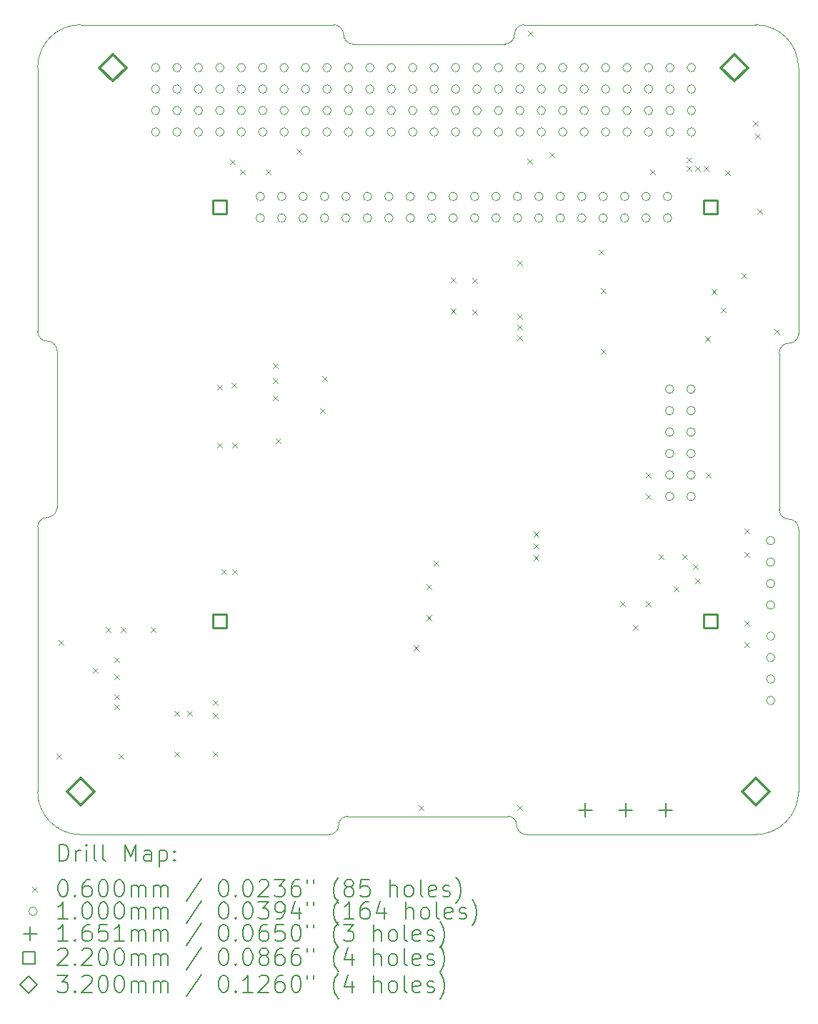
<source format=gbr>
%TF.GenerationSoftware,KiCad,Pcbnew,(6.0.7)*%
%TF.CreationDate,2022-12-20T16:15:47-05:00*%
%TF.ProjectId,obc-db,6f62632d-6462-42e6-9b69-6361645f7063,rev?*%
%TF.SameCoordinates,Original*%
%TF.FileFunction,Drillmap*%
%TF.FilePolarity,Positive*%
%FSLAX45Y45*%
G04 Gerber Fmt 4.5, Leading zero omitted, Abs format (unit mm)*
G04 Created by KiCad (PCBNEW (6.0.7)) date 2022-12-20 16:15:47*
%MOMM*%
%LPD*%
G01*
G04 APERTURE LIST*
%ADD10C,0.100000*%
%ADD11C,0.200000*%
%ADD12C,0.060000*%
%ADD13C,0.165100*%
%ADD14C,0.220000*%
%ADD15C,0.320000*%
G04 APERTURE END LIST*
D10*
X11430000Y-4699000D02*
G75*
G03*
X10922000Y-5207000I0J-508000D01*
G01*
X14546120Y-4813300D02*
G75*
G03*
X14431822Y-4699000I-114300J0D01*
G01*
X19939000Y-8356600D02*
X19939000Y-5207000D01*
X11150600Y-8559800D02*
G75*
G03*
X11036300Y-8445500I-114300J0D01*
G01*
X11036300Y-10532920D02*
G75*
G03*
X10922000Y-10647222I0J-114300D01*
G01*
X14660422Y-4927600D02*
X16459200Y-4927600D01*
X19431000Y-14287500D02*
G75*
G03*
X19939000Y-13779500I0J508000D01*
G01*
X19824700Y-8470900D02*
G75*
G03*
X19939000Y-8356600I0J114300D01*
G01*
X11430000Y-4699000D02*
X14431822Y-4699000D01*
X10922000Y-10647222D02*
X10922000Y-13779500D01*
X16459200Y-4927600D02*
G75*
G03*
X16573500Y-4813300I0J114300D01*
G01*
X19824700Y-8470900D02*
G75*
G03*
X19710400Y-8585200I0J-114300D01*
G01*
X16687800Y-4699000D02*
G75*
G03*
X16573500Y-4813300I0J-114300D01*
G01*
X16687800Y-4699000D02*
X19431000Y-4699000D01*
X16598900Y-14173200D02*
G75*
G03*
X16713200Y-14287500I114300J0D01*
G01*
X19710400Y-10439400D02*
G75*
G03*
X19824700Y-10553700I114300J0D01*
G01*
X16713200Y-14287500D02*
X19431000Y-14287500D01*
X19710400Y-10439400D02*
X19710400Y-8585200D01*
X19939000Y-13779500D02*
X19939000Y-10668000D01*
X11430000Y-14287500D02*
X14376400Y-14287500D01*
X14592300Y-14071600D02*
X16497300Y-14071600D01*
X14592300Y-14071600D02*
G75*
G03*
X14490700Y-14173200I0J-101600D01*
G01*
X16598900Y-14173200D02*
G75*
G03*
X16497300Y-14071600I-101600J0D01*
G01*
X14376400Y-14287500D02*
G75*
G03*
X14490700Y-14173200I0J114300D01*
G01*
X19939000Y-10668000D02*
G75*
G03*
X19824700Y-10553700I-114300J0D01*
G01*
X14546120Y-4813300D02*
G75*
G03*
X14660422Y-4927600I114300J0D01*
G01*
X11150600Y-8559800D02*
X11150600Y-10418622D01*
X11036300Y-10532920D02*
G75*
G03*
X11150600Y-10418622I0J114300D01*
G01*
X10922000Y-5207000D02*
X10922000Y-8331200D01*
X10922000Y-13779500D02*
G75*
G03*
X11430000Y-14287500I508000J0D01*
G01*
X19939000Y-5207000D02*
G75*
G03*
X19431000Y-4699000I-508000J0D01*
G01*
X10922000Y-8331200D02*
G75*
G03*
X11036300Y-8445500I114300J0D01*
G01*
D11*
D12*
X11146000Y-13330400D02*
X11206000Y-13390400D01*
X11206000Y-13330400D02*
X11146000Y-13390400D01*
X11171400Y-11984200D02*
X11231400Y-12044200D01*
X11231400Y-11984200D02*
X11171400Y-12044200D01*
X11577800Y-12314400D02*
X11637800Y-12374400D01*
X11637800Y-12314400D02*
X11577800Y-12374400D01*
X11730200Y-11831800D02*
X11790200Y-11891800D01*
X11790200Y-11831800D02*
X11730200Y-11891800D01*
X11831800Y-12187400D02*
X11891800Y-12247400D01*
X11891800Y-12187400D02*
X11831800Y-12247400D01*
X11831800Y-12390600D02*
X11891800Y-12450600D01*
X11891800Y-12390600D02*
X11831800Y-12450600D01*
X11831800Y-12626250D02*
X11891800Y-12686250D01*
X11891800Y-12626250D02*
X11831800Y-12686250D01*
X11831800Y-12746200D02*
X11891800Y-12806200D01*
X11891800Y-12746200D02*
X11831800Y-12806200D01*
X11882600Y-13330400D02*
X11942600Y-13390400D01*
X11942600Y-13330400D02*
X11882600Y-13390400D01*
X11908000Y-11831800D02*
X11968000Y-11891800D01*
X11968000Y-11831800D02*
X11908000Y-11891800D01*
X12263600Y-11831800D02*
X12323600Y-11891800D01*
X12323600Y-11831800D02*
X12263600Y-11891800D01*
X12543000Y-12822400D02*
X12603000Y-12882400D01*
X12603000Y-12822400D02*
X12543000Y-12882400D01*
X12543000Y-13305000D02*
X12603000Y-13365000D01*
X12603000Y-13305000D02*
X12543000Y-13365000D01*
X12695400Y-12822400D02*
X12755400Y-12882400D01*
X12755400Y-12822400D02*
X12695400Y-12882400D01*
X13000200Y-12695400D02*
X13060200Y-12755400D01*
X13060200Y-12695400D02*
X13000200Y-12755400D01*
X13000200Y-12847800D02*
X13060200Y-12907800D01*
X13060200Y-12847800D02*
X13000200Y-12907800D01*
X13000200Y-13305000D02*
X13060200Y-13365000D01*
X13060200Y-13305000D02*
X13000200Y-13365000D01*
X13051000Y-8961600D02*
X13111000Y-9021600D01*
X13111000Y-8961600D02*
X13051000Y-9021600D01*
X13051000Y-9647400D02*
X13111000Y-9707400D01*
X13111000Y-9647400D02*
X13051000Y-9707400D01*
X13101800Y-11146000D02*
X13161800Y-11206000D01*
X13161800Y-11146000D02*
X13101800Y-11206000D01*
X13203400Y-6294600D02*
X13263400Y-6354600D01*
X13263400Y-6294600D02*
X13203400Y-6354600D01*
X13216100Y-8936200D02*
X13276100Y-8996200D01*
X13276100Y-8936200D02*
X13216100Y-8996200D01*
X13228800Y-9647400D02*
X13288800Y-9707400D01*
X13288800Y-9647400D02*
X13228800Y-9707400D01*
X13228800Y-11146000D02*
X13288800Y-11206000D01*
X13288800Y-11146000D02*
X13228800Y-11206000D01*
X13317700Y-6415150D02*
X13377700Y-6475150D01*
X13377700Y-6415150D02*
X13317700Y-6475150D01*
X13622500Y-6415150D02*
X13682500Y-6475150D01*
X13682500Y-6415150D02*
X13622500Y-6475150D01*
X13711400Y-8707600D02*
X13771400Y-8767600D01*
X13771400Y-8707600D02*
X13711400Y-8767600D01*
X13711400Y-8885400D02*
X13771400Y-8945400D01*
X13771400Y-8885400D02*
X13711400Y-8945400D01*
X13711400Y-9088600D02*
X13771400Y-9148600D01*
X13771400Y-9088600D02*
X13711400Y-9148600D01*
X13743250Y-9597336D02*
X13803250Y-9657336D01*
X13803250Y-9597336D02*
X13743250Y-9657336D01*
X13990800Y-6167600D02*
X14050800Y-6227600D01*
X14050800Y-6167600D02*
X13990800Y-6227600D01*
X14270200Y-9241000D02*
X14330200Y-9301000D01*
X14330200Y-9241000D02*
X14270200Y-9301000D01*
X14295600Y-8860000D02*
X14355600Y-8920000D01*
X14355600Y-8860000D02*
X14295600Y-8920000D01*
X15375100Y-12047700D02*
X15435100Y-12107700D01*
X15435100Y-12047700D02*
X15375100Y-12107700D01*
X15438600Y-13940000D02*
X15498600Y-14000000D01*
X15498600Y-13940000D02*
X15438600Y-14000000D01*
X15527500Y-11323800D02*
X15587500Y-11383800D01*
X15587500Y-11323800D02*
X15527500Y-11383800D01*
X15527500Y-11692100D02*
X15587500Y-11752100D01*
X15587500Y-11692100D02*
X15527500Y-11752100D01*
X15616400Y-11044400D02*
X15676400Y-11104400D01*
X15676400Y-11044400D02*
X15616400Y-11104400D01*
X15819600Y-7691600D02*
X15879600Y-7751600D01*
X15879600Y-7691600D02*
X15819600Y-7751600D01*
X15819600Y-8059900D02*
X15879600Y-8119900D01*
X15879600Y-8059900D02*
X15819600Y-8119900D01*
X16073600Y-7698050D02*
X16133600Y-7758050D01*
X16133600Y-7698050D02*
X16073600Y-7758050D01*
X16073600Y-8072650D02*
X16133600Y-8132650D01*
X16133600Y-8072650D02*
X16073600Y-8132650D01*
X16607000Y-7488400D02*
X16667000Y-7548400D01*
X16667000Y-7488400D02*
X16607000Y-7548400D01*
X16607000Y-8123400D02*
X16667000Y-8183400D01*
X16667000Y-8123400D02*
X16607000Y-8183400D01*
X16607000Y-8250400D02*
X16667000Y-8310400D01*
X16667000Y-8250400D02*
X16607000Y-8310400D01*
X16607000Y-8377400D02*
X16667000Y-8437400D01*
X16667000Y-8377400D02*
X16607000Y-8437400D01*
X16607000Y-13940000D02*
X16667000Y-14000000D01*
X16667000Y-13940000D02*
X16607000Y-14000000D01*
X16726358Y-6286958D02*
X16786358Y-6346958D01*
X16786358Y-6286958D02*
X16726358Y-6346958D01*
X16734000Y-4770600D02*
X16794000Y-4830600D01*
X16794000Y-4770600D02*
X16734000Y-4830600D01*
X16797500Y-10701500D02*
X16857500Y-10761500D01*
X16857500Y-10701500D02*
X16797500Y-10761500D01*
X16797500Y-10841200D02*
X16857500Y-10901200D01*
X16857500Y-10841200D02*
X16797500Y-10901200D01*
X16797500Y-10980900D02*
X16857500Y-11040900D01*
X16857500Y-10980900D02*
X16797500Y-11040900D01*
X16988000Y-6212000D02*
X17048000Y-6272000D01*
X17048000Y-6212000D02*
X16988000Y-6272000D01*
X17572200Y-7361400D02*
X17632200Y-7421400D01*
X17632200Y-7361400D02*
X17572200Y-7421400D01*
X17597600Y-7818600D02*
X17657600Y-7878600D01*
X17657600Y-7818600D02*
X17597600Y-7878600D01*
X17597600Y-8536100D02*
X17657600Y-8596100D01*
X17657600Y-8536100D02*
X17597600Y-8596100D01*
X17826200Y-11527000D02*
X17886200Y-11587000D01*
X17886200Y-11527000D02*
X17826200Y-11587000D01*
X17978600Y-11806400D02*
X18038600Y-11866400D01*
X18038600Y-11806400D02*
X17978600Y-11866400D01*
X18131000Y-10003000D02*
X18191000Y-10063000D01*
X18191000Y-10003000D02*
X18131000Y-10063000D01*
X18131000Y-10257000D02*
X18191000Y-10317000D01*
X18191000Y-10257000D02*
X18131000Y-10317000D01*
X18131000Y-11527000D02*
X18191000Y-11587000D01*
X18191000Y-11527000D02*
X18131000Y-11587000D01*
X18181800Y-6415150D02*
X18241800Y-6475150D01*
X18241800Y-6415150D02*
X18181800Y-6475150D01*
X18283400Y-10968200D02*
X18343400Y-11028200D01*
X18343400Y-10968200D02*
X18283400Y-11028200D01*
X18461200Y-11349200D02*
X18521200Y-11409200D01*
X18521200Y-11349200D02*
X18461200Y-11409200D01*
X18562800Y-10968200D02*
X18622800Y-11028200D01*
X18622800Y-10968200D02*
X18562800Y-11028200D01*
X18613600Y-6269200D02*
X18673600Y-6329200D01*
X18673600Y-6269200D02*
X18613600Y-6329200D01*
X18613600Y-6370800D02*
X18673600Y-6430800D01*
X18673600Y-6370800D02*
X18613600Y-6430800D01*
X18689800Y-11088315D02*
X18749800Y-11148315D01*
X18749800Y-11088315D02*
X18689800Y-11148315D01*
X18715200Y-6370800D02*
X18775200Y-6430800D01*
X18775200Y-6370800D02*
X18715200Y-6430800D01*
X18715200Y-11253615D02*
X18775200Y-11313615D01*
X18775200Y-11253615D02*
X18715200Y-11313615D01*
X18816800Y-6370800D02*
X18876800Y-6430800D01*
X18876800Y-6370800D02*
X18816800Y-6430800D01*
X18829500Y-8390100D02*
X18889500Y-8450100D01*
X18889500Y-8390100D02*
X18829500Y-8450100D01*
X18842200Y-10003000D02*
X18902200Y-10063000D01*
X18902200Y-10003000D02*
X18842200Y-10063000D01*
X18905700Y-7831300D02*
X18965700Y-7891300D01*
X18965700Y-7831300D02*
X18905700Y-7891300D01*
X19017450Y-8047200D02*
X19077450Y-8107200D01*
X19077450Y-8047200D02*
X19017450Y-8107200D01*
X19070800Y-6421600D02*
X19130800Y-6481600D01*
X19130800Y-6421600D02*
X19070800Y-6481600D01*
X19261300Y-7640800D02*
X19321300Y-7700800D01*
X19321300Y-7640800D02*
X19261300Y-7700800D01*
X19299400Y-10663400D02*
X19359400Y-10723400D01*
X19359400Y-10663400D02*
X19299400Y-10723400D01*
X19299400Y-10942800D02*
X19359400Y-11002800D01*
X19359400Y-10942800D02*
X19299400Y-11002800D01*
X19299400Y-11755600D02*
X19359400Y-11815600D01*
X19359400Y-11755600D02*
X19299400Y-11815600D01*
X19299400Y-12009600D02*
X19359400Y-12069600D01*
X19359400Y-12009600D02*
X19299400Y-12069600D01*
X19401000Y-5837400D02*
X19461000Y-5897400D01*
X19461000Y-5837400D02*
X19401000Y-5897400D01*
X19426400Y-5989800D02*
X19486400Y-6049800D01*
X19486400Y-5989800D02*
X19426400Y-6049800D01*
X19451800Y-6878800D02*
X19511800Y-6938800D01*
X19511800Y-6878800D02*
X19451800Y-6938800D01*
X19651077Y-8297277D02*
X19711077Y-8357277D01*
X19711077Y-8297277D02*
X19651077Y-8357277D01*
D10*
X12369000Y-5207000D02*
G75*
G03*
X12369000Y-5207000I-50000J0D01*
G01*
X12369000Y-5461000D02*
G75*
G03*
X12369000Y-5461000I-50000J0D01*
G01*
X12369000Y-5715000D02*
G75*
G03*
X12369000Y-5715000I-50000J0D01*
G01*
X12369000Y-5969000D02*
G75*
G03*
X12369000Y-5969000I-50000J0D01*
G01*
X12623000Y-5207000D02*
G75*
G03*
X12623000Y-5207000I-50000J0D01*
G01*
X12623000Y-5461000D02*
G75*
G03*
X12623000Y-5461000I-50000J0D01*
G01*
X12623000Y-5715000D02*
G75*
G03*
X12623000Y-5715000I-50000J0D01*
G01*
X12623000Y-5969000D02*
G75*
G03*
X12623000Y-5969000I-50000J0D01*
G01*
X12877000Y-5207000D02*
G75*
G03*
X12877000Y-5207000I-50000J0D01*
G01*
X12877000Y-5461000D02*
G75*
G03*
X12877000Y-5461000I-50000J0D01*
G01*
X12877000Y-5715000D02*
G75*
G03*
X12877000Y-5715000I-50000J0D01*
G01*
X12877000Y-5969000D02*
G75*
G03*
X12877000Y-5969000I-50000J0D01*
G01*
X13131000Y-5207000D02*
G75*
G03*
X13131000Y-5207000I-50000J0D01*
G01*
X13131000Y-5461000D02*
G75*
G03*
X13131000Y-5461000I-50000J0D01*
G01*
X13131000Y-5715000D02*
G75*
G03*
X13131000Y-5715000I-50000J0D01*
G01*
X13131000Y-5969000D02*
G75*
G03*
X13131000Y-5969000I-50000J0D01*
G01*
X13385000Y-5207000D02*
G75*
G03*
X13385000Y-5207000I-50000J0D01*
G01*
X13385000Y-5461000D02*
G75*
G03*
X13385000Y-5461000I-50000J0D01*
G01*
X13385000Y-5715000D02*
G75*
G03*
X13385000Y-5715000I-50000J0D01*
G01*
X13385000Y-5969000D02*
G75*
G03*
X13385000Y-5969000I-50000J0D01*
G01*
X13610600Y-6733000D02*
G75*
G03*
X13610600Y-6733000I-50000J0D01*
G01*
X13610600Y-6987000D02*
G75*
G03*
X13610600Y-6987000I-50000J0D01*
G01*
X13639000Y-5207000D02*
G75*
G03*
X13639000Y-5207000I-50000J0D01*
G01*
X13639000Y-5461000D02*
G75*
G03*
X13639000Y-5461000I-50000J0D01*
G01*
X13639000Y-5715000D02*
G75*
G03*
X13639000Y-5715000I-50000J0D01*
G01*
X13639000Y-5969000D02*
G75*
G03*
X13639000Y-5969000I-50000J0D01*
G01*
X13864600Y-6733000D02*
G75*
G03*
X13864600Y-6733000I-50000J0D01*
G01*
X13864600Y-6987000D02*
G75*
G03*
X13864600Y-6987000I-50000J0D01*
G01*
X13893000Y-5207000D02*
G75*
G03*
X13893000Y-5207000I-50000J0D01*
G01*
X13893000Y-5461000D02*
G75*
G03*
X13893000Y-5461000I-50000J0D01*
G01*
X13893000Y-5715000D02*
G75*
G03*
X13893000Y-5715000I-50000J0D01*
G01*
X13893000Y-5969000D02*
G75*
G03*
X13893000Y-5969000I-50000J0D01*
G01*
X14118600Y-6733000D02*
G75*
G03*
X14118600Y-6733000I-50000J0D01*
G01*
X14118600Y-6987000D02*
G75*
G03*
X14118600Y-6987000I-50000J0D01*
G01*
X14147000Y-5207000D02*
G75*
G03*
X14147000Y-5207000I-50000J0D01*
G01*
X14147000Y-5461000D02*
G75*
G03*
X14147000Y-5461000I-50000J0D01*
G01*
X14147000Y-5715000D02*
G75*
G03*
X14147000Y-5715000I-50000J0D01*
G01*
X14147000Y-5969000D02*
G75*
G03*
X14147000Y-5969000I-50000J0D01*
G01*
X14372600Y-6733000D02*
G75*
G03*
X14372600Y-6733000I-50000J0D01*
G01*
X14372600Y-6987000D02*
G75*
G03*
X14372600Y-6987000I-50000J0D01*
G01*
X14401000Y-5207000D02*
G75*
G03*
X14401000Y-5207000I-50000J0D01*
G01*
X14401000Y-5461000D02*
G75*
G03*
X14401000Y-5461000I-50000J0D01*
G01*
X14401000Y-5715000D02*
G75*
G03*
X14401000Y-5715000I-50000J0D01*
G01*
X14401000Y-5969000D02*
G75*
G03*
X14401000Y-5969000I-50000J0D01*
G01*
X14626600Y-6733000D02*
G75*
G03*
X14626600Y-6733000I-50000J0D01*
G01*
X14626600Y-6987000D02*
G75*
G03*
X14626600Y-6987000I-50000J0D01*
G01*
X14655000Y-5207000D02*
G75*
G03*
X14655000Y-5207000I-50000J0D01*
G01*
X14655000Y-5461000D02*
G75*
G03*
X14655000Y-5461000I-50000J0D01*
G01*
X14655000Y-5715000D02*
G75*
G03*
X14655000Y-5715000I-50000J0D01*
G01*
X14655000Y-5969000D02*
G75*
G03*
X14655000Y-5969000I-50000J0D01*
G01*
X14880600Y-6733000D02*
G75*
G03*
X14880600Y-6733000I-50000J0D01*
G01*
X14880600Y-6987000D02*
G75*
G03*
X14880600Y-6987000I-50000J0D01*
G01*
X14909000Y-5207000D02*
G75*
G03*
X14909000Y-5207000I-50000J0D01*
G01*
X14909000Y-5461000D02*
G75*
G03*
X14909000Y-5461000I-50000J0D01*
G01*
X14909000Y-5715000D02*
G75*
G03*
X14909000Y-5715000I-50000J0D01*
G01*
X14909000Y-5969000D02*
G75*
G03*
X14909000Y-5969000I-50000J0D01*
G01*
X15134600Y-6733000D02*
G75*
G03*
X15134600Y-6733000I-50000J0D01*
G01*
X15134600Y-6987000D02*
G75*
G03*
X15134600Y-6987000I-50000J0D01*
G01*
X15163000Y-5207000D02*
G75*
G03*
X15163000Y-5207000I-50000J0D01*
G01*
X15163000Y-5461000D02*
G75*
G03*
X15163000Y-5461000I-50000J0D01*
G01*
X15163000Y-5715000D02*
G75*
G03*
X15163000Y-5715000I-50000J0D01*
G01*
X15163000Y-5969000D02*
G75*
G03*
X15163000Y-5969000I-50000J0D01*
G01*
X15388600Y-6733000D02*
G75*
G03*
X15388600Y-6733000I-50000J0D01*
G01*
X15388600Y-6987000D02*
G75*
G03*
X15388600Y-6987000I-50000J0D01*
G01*
X15417000Y-5207000D02*
G75*
G03*
X15417000Y-5207000I-50000J0D01*
G01*
X15417000Y-5461000D02*
G75*
G03*
X15417000Y-5461000I-50000J0D01*
G01*
X15417000Y-5715000D02*
G75*
G03*
X15417000Y-5715000I-50000J0D01*
G01*
X15417000Y-5969000D02*
G75*
G03*
X15417000Y-5969000I-50000J0D01*
G01*
X15642600Y-6733000D02*
G75*
G03*
X15642600Y-6733000I-50000J0D01*
G01*
X15642600Y-6987000D02*
G75*
G03*
X15642600Y-6987000I-50000J0D01*
G01*
X15671000Y-5207000D02*
G75*
G03*
X15671000Y-5207000I-50000J0D01*
G01*
X15671000Y-5461000D02*
G75*
G03*
X15671000Y-5461000I-50000J0D01*
G01*
X15671000Y-5715000D02*
G75*
G03*
X15671000Y-5715000I-50000J0D01*
G01*
X15671000Y-5969000D02*
G75*
G03*
X15671000Y-5969000I-50000J0D01*
G01*
X15896600Y-6733000D02*
G75*
G03*
X15896600Y-6733000I-50000J0D01*
G01*
X15896600Y-6987000D02*
G75*
G03*
X15896600Y-6987000I-50000J0D01*
G01*
X15925000Y-5207000D02*
G75*
G03*
X15925000Y-5207000I-50000J0D01*
G01*
X15925000Y-5461000D02*
G75*
G03*
X15925000Y-5461000I-50000J0D01*
G01*
X15925000Y-5715000D02*
G75*
G03*
X15925000Y-5715000I-50000J0D01*
G01*
X15925000Y-5969000D02*
G75*
G03*
X15925000Y-5969000I-50000J0D01*
G01*
X16150600Y-6733000D02*
G75*
G03*
X16150600Y-6733000I-50000J0D01*
G01*
X16150600Y-6987000D02*
G75*
G03*
X16150600Y-6987000I-50000J0D01*
G01*
X16179000Y-5207000D02*
G75*
G03*
X16179000Y-5207000I-50000J0D01*
G01*
X16179000Y-5461000D02*
G75*
G03*
X16179000Y-5461000I-50000J0D01*
G01*
X16179000Y-5715000D02*
G75*
G03*
X16179000Y-5715000I-50000J0D01*
G01*
X16179000Y-5969000D02*
G75*
G03*
X16179000Y-5969000I-50000J0D01*
G01*
X16404600Y-6733000D02*
G75*
G03*
X16404600Y-6733000I-50000J0D01*
G01*
X16404600Y-6987000D02*
G75*
G03*
X16404600Y-6987000I-50000J0D01*
G01*
X16433000Y-5207000D02*
G75*
G03*
X16433000Y-5207000I-50000J0D01*
G01*
X16433000Y-5461000D02*
G75*
G03*
X16433000Y-5461000I-50000J0D01*
G01*
X16433000Y-5715000D02*
G75*
G03*
X16433000Y-5715000I-50000J0D01*
G01*
X16433000Y-5969000D02*
G75*
G03*
X16433000Y-5969000I-50000J0D01*
G01*
X16658600Y-6733000D02*
G75*
G03*
X16658600Y-6733000I-50000J0D01*
G01*
X16658600Y-6987000D02*
G75*
G03*
X16658600Y-6987000I-50000J0D01*
G01*
X16687000Y-5207000D02*
G75*
G03*
X16687000Y-5207000I-50000J0D01*
G01*
X16687000Y-5461000D02*
G75*
G03*
X16687000Y-5461000I-50000J0D01*
G01*
X16687000Y-5715000D02*
G75*
G03*
X16687000Y-5715000I-50000J0D01*
G01*
X16687000Y-5969000D02*
G75*
G03*
X16687000Y-5969000I-50000J0D01*
G01*
X16912600Y-6733000D02*
G75*
G03*
X16912600Y-6733000I-50000J0D01*
G01*
X16912600Y-6987000D02*
G75*
G03*
X16912600Y-6987000I-50000J0D01*
G01*
X16941000Y-5207000D02*
G75*
G03*
X16941000Y-5207000I-50000J0D01*
G01*
X16941000Y-5461000D02*
G75*
G03*
X16941000Y-5461000I-50000J0D01*
G01*
X16941000Y-5715000D02*
G75*
G03*
X16941000Y-5715000I-50000J0D01*
G01*
X16941000Y-5969000D02*
G75*
G03*
X16941000Y-5969000I-50000J0D01*
G01*
X17166600Y-6733000D02*
G75*
G03*
X17166600Y-6733000I-50000J0D01*
G01*
X17166600Y-6987000D02*
G75*
G03*
X17166600Y-6987000I-50000J0D01*
G01*
X17195000Y-5207000D02*
G75*
G03*
X17195000Y-5207000I-50000J0D01*
G01*
X17195000Y-5461000D02*
G75*
G03*
X17195000Y-5461000I-50000J0D01*
G01*
X17195000Y-5715000D02*
G75*
G03*
X17195000Y-5715000I-50000J0D01*
G01*
X17195000Y-5969000D02*
G75*
G03*
X17195000Y-5969000I-50000J0D01*
G01*
X17420600Y-6733000D02*
G75*
G03*
X17420600Y-6733000I-50000J0D01*
G01*
X17420600Y-6987000D02*
G75*
G03*
X17420600Y-6987000I-50000J0D01*
G01*
X17449000Y-5207000D02*
G75*
G03*
X17449000Y-5207000I-50000J0D01*
G01*
X17449000Y-5461000D02*
G75*
G03*
X17449000Y-5461000I-50000J0D01*
G01*
X17449000Y-5715000D02*
G75*
G03*
X17449000Y-5715000I-50000J0D01*
G01*
X17449000Y-5969000D02*
G75*
G03*
X17449000Y-5969000I-50000J0D01*
G01*
X17674600Y-6733000D02*
G75*
G03*
X17674600Y-6733000I-50000J0D01*
G01*
X17674600Y-6987000D02*
G75*
G03*
X17674600Y-6987000I-50000J0D01*
G01*
X17703000Y-5207000D02*
G75*
G03*
X17703000Y-5207000I-50000J0D01*
G01*
X17703000Y-5461000D02*
G75*
G03*
X17703000Y-5461000I-50000J0D01*
G01*
X17703000Y-5715000D02*
G75*
G03*
X17703000Y-5715000I-50000J0D01*
G01*
X17703000Y-5969000D02*
G75*
G03*
X17703000Y-5969000I-50000J0D01*
G01*
X17928600Y-6733000D02*
G75*
G03*
X17928600Y-6733000I-50000J0D01*
G01*
X17928600Y-6987000D02*
G75*
G03*
X17928600Y-6987000I-50000J0D01*
G01*
X17957000Y-5207000D02*
G75*
G03*
X17957000Y-5207000I-50000J0D01*
G01*
X17957000Y-5461000D02*
G75*
G03*
X17957000Y-5461000I-50000J0D01*
G01*
X17957000Y-5715000D02*
G75*
G03*
X17957000Y-5715000I-50000J0D01*
G01*
X17957000Y-5969000D02*
G75*
G03*
X17957000Y-5969000I-50000J0D01*
G01*
X18182600Y-6733000D02*
G75*
G03*
X18182600Y-6733000I-50000J0D01*
G01*
X18182600Y-6987000D02*
G75*
G03*
X18182600Y-6987000I-50000J0D01*
G01*
X18211000Y-5207000D02*
G75*
G03*
X18211000Y-5207000I-50000J0D01*
G01*
X18211000Y-5461000D02*
G75*
G03*
X18211000Y-5461000I-50000J0D01*
G01*
X18211000Y-5715000D02*
G75*
G03*
X18211000Y-5715000I-50000J0D01*
G01*
X18211000Y-5969000D02*
G75*
G03*
X18211000Y-5969000I-50000J0D01*
G01*
X18436600Y-6733000D02*
G75*
G03*
X18436600Y-6733000I-50000J0D01*
G01*
X18436600Y-6987000D02*
G75*
G03*
X18436600Y-6987000I-50000J0D01*
G01*
X18461300Y-9014500D02*
G75*
G03*
X18461300Y-9014500I-50000J0D01*
G01*
X18461300Y-9268500D02*
G75*
G03*
X18461300Y-9268500I-50000J0D01*
G01*
X18461300Y-9522500D02*
G75*
G03*
X18461300Y-9522500I-50000J0D01*
G01*
X18461300Y-9776500D02*
G75*
G03*
X18461300Y-9776500I-50000J0D01*
G01*
X18461300Y-10030500D02*
G75*
G03*
X18461300Y-10030500I-50000J0D01*
G01*
X18461300Y-10284500D02*
G75*
G03*
X18461300Y-10284500I-50000J0D01*
G01*
X18465000Y-5207000D02*
G75*
G03*
X18465000Y-5207000I-50000J0D01*
G01*
X18465000Y-5461000D02*
G75*
G03*
X18465000Y-5461000I-50000J0D01*
G01*
X18465000Y-5715000D02*
G75*
G03*
X18465000Y-5715000I-50000J0D01*
G01*
X18465000Y-5969000D02*
G75*
G03*
X18465000Y-5969000I-50000J0D01*
G01*
X18715300Y-9014500D02*
G75*
G03*
X18715300Y-9014500I-50000J0D01*
G01*
X18715300Y-9268500D02*
G75*
G03*
X18715300Y-9268500I-50000J0D01*
G01*
X18715300Y-9522500D02*
G75*
G03*
X18715300Y-9522500I-50000J0D01*
G01*
X18715300Y-9776500D02*
G75*
G03*
X18715300Y-9776500I-50000J0D01*
G01*
X18715300Y-10030500D02*
G75*
G03*
X18715300Y-10030500I-50000J0D01*
G01*
X18715300Y-10284500D02*
G75*
G03*
X18715300Y-10284500I-50000J0D01*
G01*
X18719000Y-5207000D02*
G75*
G03*
X18719000Y-5207000I-50000J0D01*
G01*
X18719000Y-5461000D02*
G75*
G03*
X18719000Y-5461000I-50000J0D01*
G01*
X18719000Y-5715000D02*
G75*
G03*
X18719000Y-5715000I-50000J0D01*
G01*
X18719000Y-5969000D02*
G75*
G03*
X18719000Y-5969000I-50000J0D01*
G01*
X19658800Y-10807700D02*
G75*
G03*
X19658800Y-10807700I-50000J0D01*
G01*
X19658800Y-11061700D02*
G75*
G03*
X19658800Y-11061700I-50000J0D01*
G01*
X19658800Y-11315700D02*
G75*
G03*
X19658800Y-11315700I-50000J0D01*
G01*
X19658800Y-11569700D02*
G75*
G03*
X19658800Y-11569700I-50000J0D01*
G01*
X19658800Y-11938000D02*
G75*
G03*
X19658800Y-11938000I-50000J0D01*
G01*
X19658800Y-12192000D02*
G75*
G03*
X19658800Y-12192000I-50000J0D01*
G01*
X19658800Y-12446000D02*
G75*
G03*
X19658800Y-12446000I-50000J0D01*
G01*
X19658800Y-12700000D02*
G75*
G03*
X19658800Y-12700000I-50000J0D01*
G01*
D13*
X17414200Y-13912850D02*
X17414200Y-14077950D01*
X17331650Y-13995400D02*
X17496750Y-13995400D01*
X17889200Y-13912850D02*
X17889200Y-14077950D01*
X17806650Y-13995400D02*
X17971750Y-13995400D01*
X18364200Y-13912850D02*
X18364200Y-14077950D01*
X18281650Y-13995400D02*
X18446750Y-13995400D01*
D14*
X13158782Y-6935782D02*
X13158782Y-6780217D01*
X13003217Y-6780217D01*
X13003217Y-6935782D01*
X13158782Y-6935782D01*
X13158782Y-11837982D02*
X13158782Y-11682417D01*
X13003217Y-11682417D01*
X13003217Y-11837982D01*
X13158782Y-11837982D01*
X18975383Y-6935782D02*
X18975383Y-6780217D01*
X18819818Y-6780217D01*
X18819818Y-6935782D01*
X18975383Y-6935782D01*
X18975383Y-11837982D02*
X18975383Y-11682417D01*
X18819818Y-11682417D01*
X18819818Y-11837982D01*
X18975383Y-11837982D01*
D15*
X11430000Y-13939500D02*
X11590000Y-13779500D01*
X11430000Y-13619500D01*
X11270000Y-13779500D01*
X11430000Y-13939500D01*
X11811000Y-5367000D02*
X11971000Y-5207000D01*
X11811000Y-5047000D01*
X11651000Y-5207000D01*
X11811000Y-5367000D01*
X19177000Y-5367000D02*
X19337000Y-5207000D01*
X19177000Y-5047000D01*
X19017000Y-5207000D01*
X19177000Y-5367000D01*
X19431000Y-13939500D02*
X19591000Y-13779500D01*
X19431000Y-13619500D01*
X19271000Y-13779500D01*
X19431000Y-13939500D01*
D11*
X11174619Y-14602976D02*
X11174619Y-14402976D01*
X11222238Y-14402976D01*
X11250809Y-14412500D01*
X11269857Y-14431548D01*
X11279381Y-14450595D01*
X11288905Y-14488690D01*
X11288905Y-14517262D01*
X11279381Y-14555357D01*
X11269857Y-14574405D01*
X11250809Y-14593452D01*
X11222238Y-14602976D01*
X11174619Y-14602976D01*
X11374619Y-14602976D02*
X11374619Y-14469643D01*
X11374619Y-14507738D02*
X11384143Y-14488690D01*
X11393667Y-14479167D01*
X11412714Y-14469643D01*
X11431762Y-14469643D01*
X11498428Y-14602976D02*
X11498428Y-14469643D01*
X11498428Y-14402976D02*
X11488905Y-14412500D01*
X11498428Y-14422024D01*
X11507952Y-14412500D01*
X11498428Y-14402976D01*
X11498428Y-14422024D01*
X11622238Y-14602976D02*
X11603190Y-14593452D01*
X11593667Y-14574405D01*
X11593667Y-14402976D01*
X11727000Y-14602976D02*
X11707952Y-14593452D01*
X11698428Y-14574405D01*
X11698428Y-14402976D01*
X11955571Y-14602976D02*
X11955571Y-14402976D01*
X12022238Y-14545833D01*
X12088905Y-14402976D01*
X12088905Y-14602976D01*
X12269857Y-14602976D02*
X12269857Y-14498214D01*
X12260333Y-14479167D01*
X12241286Y-14469643D01*
X12203190Y-14469643D01*
X12184143Y-14479167D01*
X12269857Y-14593452D02*
X12250809Y-14602976D01*
X12203190Y-14602976D01*
X12184143Y-14593452D01*
X12174619Y-14574405D01*
X12174619Y-14555357D01*
X12184143Y-14536309D01*
X12203190Y-14526786D01*
X12250809Y-14526786D01*
X12269857Y-14517262D01*
X12365095Y-14469643D02*
X12365095Y-14669643D01*
X12365095Y-14479167D02*
X12384143Y-14469643D01*
X12422238Y-14469643D01*
X12441286Y-14479167D01*
X12450809Y-14488690D01*
X12460333Y-14507738D01*
X12460333Y-14564881D01*
X12450809Y-14583928D01*
X12441286Y-14593452D01*
X12422238Y-14602976D01*
X12384143Y-14602976D01*
X12365095Y-14593452D01*
X12546048Y-14583928D02*
X12555571Y-14593452D01*
X12546048Y-14602976D01*
X12536524Y-14593452D01*
X12546048Y-14583928D01*
X12546048Y-14602976D01*
X12546048Y-14479167D02*
X12555571Y-14488690D01*
X12546048Y-14498214D01*
X12536524Y-14488690D01*
X12546048Y-14479167D01*
X12546048Y-14498214D01*
D12*
X10857000Y-14902500D02*
X10917000Y-14962500D01*
X10917000Y-14902500D02*
X10857000Y-14962500D01*
D11*
X11212714Y-14822976D02*
X11231762Y-14822976D01*
X11250809Y-14832500D01*
X11260333Y-14842024D01*
X11269857Y-14861071D01*
X11279381Y-14899167D01*
X11279381Y-14946786D01*
X11269857Y-14984881D01*
X11260333Y-15003928D01*
X11250809Y-15013452D01*
X11231762Y-15022976D01*
X11212714Y-15022976D01*
X11193667Y-15013452D01*
X11184143Y-15003928D01*
X11174619Y-14984881D01*
X11165095Y-14946786D01*
X11165095Y-14899167D01*
X11174619Y-14861071D01*
X11184143Y-14842024D01*
X11193667Y-14832500D01*
X11212714Y-14822976D01*
X11365095Y-15003928D02*
X11374619Y-15013452D01*
X11365095Y-15022976D01*
X11355571Y-15013452D01*
X11365095Y-15003928D01*
X11365095Y-15022976D01*
X11546048Y-14822976D02*
X11507952Y-14822976D01*
X11488905Y-14832500D01*
X11479381Y-14842024D01*
X11460333Y-14870595D01*
X11450809Y-14908690D01*
X11450809Y-14984881D01*
X11460333Y-15003928D01*
X11469857Y-15013452D01*
X11488905Y-15022976D01*
X11527000Y-15022976D01*
X11546048Y-15013452D01*
X11555571Y-15003928D01*
X11565095Y-14984881D01*
X11565095Y-14937262D01*
X11555571Y-14918214D01*
X11546048Y-14908690D01*
X11527000Y-14899167D01*
X11488905Y-14899167D01*
X11469857Y-14908690D01*
X11460333Y-14918214D01*
X11450809Y-14937262D01*
X11688905Y-14822976D02*
X11707952Y-14822976D01*
X11727000Y-14832500D01*
X11736524Y-14842024D01*
X11746048Y-14861071D01*
X11755571Y-14899167D01*
X11755571Y-14946786D01*
X11746048Y-14984881D01*
X11736524Y-15003928D01*
X11727000Y-15013452D01*
X11707952Y-15022976D01*
X11688905Y-15022976D01*
X11669857Y-15013452D01*
X11660333Y-15003928D01*
X11650809Y-14984881D01*
X11641286Y-14946786D01*
X11641286Y-14899167D01*
X11650809Y-14861071D01*
X11660333Y-14842024D01*
X11669857Y-14832500D01*
X11688905Y-14822976D01*
X11879381Y-14822976D02*
X11898428Y-14822976D01*
X11917476Y-14832500D01*
X11927000Y-14842024D01*
X11936524Y-14861071D01*
X11946048Y-14899167D01*
X11946048Y-14946786D01*
X11936524Y-14984881D01*
X11927000Y-15003928D01*
X11917476Y-15013452D01*
X11898428Y-15022976D01*
X11879381Y-15022976D01*
X11860333Y-15013452D01*
X11850809Y-15003928D01*
X11841286Y-14984881D01*
X11831762Y-14946786D01*
X11831762Y-14899167D01*
X11841286Y-14861071D01*
X11850809Y-14842024D01*
X11860333Y-14832500D01*
X11879381Y-14822976D01*
X12031762Y-15022976D02*
X12031762Y-14889643D01*
X12031762Y-14908690D02*
X12041286Y-14899167D01*
X12060333Y-14889643D01*
X12088905Y-14889643D01*
X12107952Y-14899167D01*
X12117476Y-14918214D01*
X12117476Y-15022976D01*
X12117476Y-14918214D02*
X12127000Y-14899167D01*
X12146048Y-14889643D01*
X12174619Y-14889643D01*
X12193667Y-14899167D01*
X12203190Y-14918214D01*
X12203190Y-15022976D01*
X12298428Y-15022976D02*
X12298428Y-14889643D01*
X12298428Y-14908690D02*
X12307952Y-14899167D01*
X12327000Y-14889643D01*
X12355571Y-14889643D01*
X12374619Y-14899167D01*
X12384143Y-14918214D01*
X12384143Y-15022976D01*
X12384143Y-14918214D02*
X12393667Y-14899167D01*
X12412714Y-14889643D01*
X12441286Y-14889643D01*
X12460333Y-14899167D01*
X12469857Y-14918214D01*
X12469857Y-15022976D01*
X12860333Y-14813452D02*
X12688905Y-15070595D01*
X13117476Y-14822976D02*
X13136524Y-14822976D01*
X13155571Y-14832500D01*
X13165095Y-14842024D01*
X13174619Y-14861071D01*
X13184143Y-14899167D01*
X13184143Y-14946786D01*
X13174619Y-14984881D01*
X13165095Y-15003928D01*
X13155571Y-15013452D01*
X13136524Y-15022976D01*
X13117476Y-15022976D01*
X13098428Y-15013452D01*
X13088905Y-15003928D01*
X13079381Y-14984881D01*
X13069857Y-14946786D01*
X13069857Y-14899167D01*
X13079381Y-14861071D01*
X13088905Y-14842024D01*
X13098428Y-14832500D01*
X13117476Y-14822976D01*
X13269857Y-15003928D02*
X13279381Y-15013452D01*
X13269857Y-15022976D01*
X13260333Y-15013452D01*
X13269857Y-15003928D01*
X13269857Y-15022976D01*
X13403190Y-14822976D02*
X13422238Y-14822976D01*
X13441286Y-14832500D01*
X13450809Y-14842024D01*
X13460333Y-14861071D01*
X13469857Y-14899167D01*
X13469857Y-14946786D01*
X13460333Y-14984881D01*
X13450809Y-15003928D01*
X13441286Y-15013452D01*
X13422238Y-15022976D01*
X13403190Y-15022976D01*
X13384143Y-15013452D01*
X13374619Y-15003928D01*
X13365095Y-14984881D01*
X13355571Y-14946786D01*
X13355571Y-14899167D01*
X13365095Y-14861071D01*
X13374619Y-14842024D01*
X13384143Y-14832500D01*
X13403190Y-14822976D01*
X13546048Y-14842024D02*
X13555571Y-14832500D01*
X13574619Y-14822976D01*
X13622238Y-14822976D01*
X13641286Y-14832500D01*
X13650809Y-14842024D01*
X13660333Y-14861071D01*
X13660333Y-14880119D01*
X13650809Y-14908690D01*
X13536524Y-15022976D01*
X13660333Y-15022976D01*
X13727000Y-14822976D02*
X13850809Y-14822976D01*
X13784143Y-14899167D01*
X13812714Y-14899167D01*
X13831762Y-14908690D01*
X13841286Y-14918214D01*
X13850809Y-14937262D01*
X13850809Y-14984881D01*
X13841286Y-15003928D01*
X13831762Y-15013452D01*
X13812714Y-15022976D01*
X13755571Y-15022976D01*
X13736524Y-15013452D01*
X13727000Y-15003928D01*
X14022238Y-14822976D02*
X13984143Y-14822976D01*
X13965095Y-14832500D01*
X13955571Y-14842024D01*
X13936524Y-14870595D01*
X13927000Y-14908690D01*
X13927000Y-14984881D01*
X13936524Y-15003928D01*
X13946048Y-15013452D01*
X13965095Y-15022976D01*
X14003190Y-15022976D01*
X14022238Y-15013452D01*
X14031762Y-15003928D01*
X14041286Y-14984881D01*
X14041286Y-14937262D01*
X14031762Y-14918214D01*
X14022238Y-14908690D01*
X14003190Y-14899167D01*
X13965095Y-14899167D01*
X13946048Y-14908690D01*
X13936524Y-14918214D01*
X13927000Y-14937262D01*
X14117476Y-14822976D02*
X14117476Y-14861071D01*
X14193667Y-14822976D02*
X14193667Y-14861071D01*
X14488905Y-15099167D02*
X14479381Y-15089643D01*
X14460333Y-15061071D01*
X14450809Y-15042024D01*
X14441286Y-15013452D01*
X14431762Y-14965833D01*
X14431762Y-14927738D01*
X14441286Y-14880119D01*
X14450809Y-14851548D01*
X14460333Y-14832500D01*
X14479381Y-14803928D01*
X14488905Y-14794405D01*
X14593667Y-14908690D02*
X14574619Y-14899167D01*
X14565095Y-14889643D01*
X14555571Y-14870595D01*
X14555571Y-14861071D01*
X14565095Y-14842024D01*
X14574619Y-14832500D01*
X14593667Y-14822976D01*
X14631762Y-14822976D01*
X14650809Y-14832500D01*
X14660333Y-14842024D01*
X14669857Y-14861071D01*
X14669857Y-14870595D01*
X14660333Y-14889643D01*
X14650809Y-14899167D01*
X14631762Y-14908690D01*
X14593667Y-14908690D01*
X14574619Y-14918214D01*
X14565095Y-14927738D01*
X14555571Y-14946786D01*
X14555571Y-14984881D01*
X14565095Y-15003928D01*
X14574619Y-15013452D01*
X14593667Y-15022976D01*
X14631762Y-15022976D01*
X14650809Y-15013452D01*
X14660333Y-15003928D01*
X14669857Y-14984881D01*
X14669857Y-14946786D01*
X14660333Y-14927738D01*
X14650809Y-14918214D01*
X14631762Y-14908690D01*
X14850809Y-14822976D02*
X14755571Y-14822976D01*
X14746048Y-14918214D01*
X14755571Y-14908690D01*
X14774619Y-14899167D01*
X14822238Y-14899167D01*
X14841286Y-14908690D01*
X14850809Y-14918214D01*
X14860333Y-14937262D01*
X14860333Y-14984881D01*
X14850809Y-15003928D01*
X14841286Y-15013452D01*
X14822238Y-15022976D01*
X14774619Y-15022976D01*
X14755571Y-15013452D01*
X14746048Y-15003928D01*
X15098428Y-15022976D02*
X15098428Y-14822976D01*
X15184143Y-15022976D02*
X15184143Y-14918214D01*
X15174619Y-14899167D01*
X15155571Y-14889643D01*
X15127000Y-14889643D01*
X15107952Y-14899167D01*
X15098428Y-14908690D01*
X15307952Y-15022976D02*
X15288905Y-15013452D01*
X15279381Y-15003928D01*
X15269857Y-14984881D01*
X15269857Y-14927738D01*
X15279381Y-14908690D01*
X15288905Y-14899167D01*
X15307952Y-14889643D01*
X15336524Y-14889643D01*
X15355571Y-14899167D01*
X15365095Y-14908690D01*
X15374619Y-14927738D01*
X15374619Y-14984881D01*
X15365095Y-15003928D01*
X15355571Y-15013452D01*
X15336524Y-15022976D01*
X15307952Y-15022976D01*
X15488905Y-15022976D02*
X15469857Y-15013452D01*
X15460333Y-14994405D01*
X15460333Y-14822976D01*
X15641286Y-15013452D02*
X15622238Y-15022976D01*
X15584143Y-15022976D01*
X15565095Y-15013452D01*
X15555571Y-14994405D01*
X15555571Y-14918214D01*
X15565095Y-14899167D01*
X15584143Y-14889643D01*
X15622238Y-14889643D01*
X15641286Y-14899167D01*
X15650809Y-14918214D01*
X15650809Y-14937262D01*
X15555571Y-14956309D01*
X15727000Y-15013452D02*
X15746048Y-15022976D01*
X15784143Y-15022976D01*
X15803190Y-15013452D01*
X15812714Y-14994405D01*
X15812714Y-14984881D01*
X15803190Y-14965833D01*
X15784143Y-14956309D01*
X15755571Y-14956309D01*
X15736524Y-14946786D01*
X15727000Y-14927738D01*
X15727000Y-14918214D01*
X15736524Y-14899167D01*
X15755571Y-14889643D01*
X15784143Y-14889643D01*
X15803190Y-14899167D01*
X15879381Y-15099167D02*
X15888905Y-15089643D01*
X15907952Y-15061071D01*
X15917476Y-15042024D01*
X15927000Y-15013452D01*
X15936524Y-14965833D01*
X15936524Y-14927738D01*
X15927000Y-14880119D01*
X15917476Y-14851548D01*
X15907952Y-14832500D01*
X15888905Y-14803928D01*
X15879381Y-14794405D01*
D10*
X10917000Y-15196500D02*
G75*
G03*
X10917000Y-15196500I-50000J0D01*
G01*
D11*
X11279381Y-15286976D02*
X11165095Y-15286976D01*
X11222238Y-15286976D02*
X11222238Y-15086976D01*
X11203190Y-15115548D01*
X11184143Y-15134595D01*
X11165095Y-15144119D01*
X11365095Y-15267928D02*
X11374619Y-15277452D01*
X11365095Y-15286976D01*
X11355571Y-15277452D01*
X11365095Y-15267928D01*
X11365095Y-15286976D01*
X11498428Y-15086976D02*
X11517476Y-15086976D01*
X11536524Y-15096500D01*
X11546048Y-15106024D01*
X11555571Y-15125071D01*
X11565095Y-15163167D01*
X11565095Y-15210786D01*
X11555571Y-15248881D01*
X11546048Y-15267928D01*
X11536524Y-15277452D01*
X11517476Y-15286976D01*
X11498428Y-15286976D01*
X11479381Y-15277452D01*
X11469857Y-15267928D01*
X11460333Y-15248881D01*
X11450809Y-15210786D01*
X11450809Y-15163167D01*
X11460333Y-15125071D01*
X11469857Y-15106024D01*
X11479381Y-15096500D01*
X11498428Y-15086976D01*
X11688905Y-15086976D02*
X11707952Y-15086976D01*
X11727000Y-15096500D01*
X11736524Y-15106024D01*
X11746048Y-15125071D01*
X11755571Y-15163167D01*
X11755571Y-15210786D01*
X11746048Y-15248881D01*
X11736524Y-15267928D01*
X11727000Y-15277452D01*
X11707952Y-15286976D01*
X11688905Y-15286976D01*
X11669857Y-15277452D01*
X11660333Y-15267928D01*
X11650809Y-15248881D01*
X11641286Y-15210786D01*
X11641286Y-15163167D01*
X11650809Y-15125071D01*
X11660333Y-15106024D01*
X11669857Y-15096500D01*
X11688905Y-15086976D01*
X11879381Y-15086976D02*
X11898428Y-15086976D01*
X11917476Y-15096500D01*
X11927000Y-15106024D01*
X11936524Y-15125071D01*
X11946048Y-15163167D01*
X11946048Y-15210786D01*
X11936524Y-15248881D01*
X11927000Y-15267928D01*
X11917476Y-15277452D01*
X11898428Y-15286976D01*
X11879381Y-15286976D01*
X11860333Y-15277452D01*
X11850809Y-15267928D01*
X11841286Y-15248881D01*
X11831762Y-15210786D01*
X11831762Y-15163167D01*
X11841286Y-15125071D01*
X11850809Y-15106024D01*
X11860333Y-15096500D01*
X11879381Y-15086976D01*
X12031762Y-15286976D02*
X12031762Y-15153643D01*
X12031762Y-15172690D02*
X12041286Y-15163167D01*
X12060333Y-15153643D01*
X12088905Y-15153643D01*
X12107952Y-15163167D01*
X12117476Y-15182214D01*
X12117476Y-15286976D01*
X12117476Y-15182214D02*
X12127000Y-15163167D01*
X12146048Y-15153643D01*
X12174619Y-15153643D01*
X12193667Y-15163167D01*
X12203190Y-15182214D01*
X12203190Y-15286976D01*
X12298428Y-15286976D02*
X12298428Y-15153643D01*
X12298428Y-15172690D02*
X12307952Y-15163167D01*
X12327000Y-15153643D01*
X12355571Y-15153643D01*
X12374619Y-15163167D01*
X12384143Y-15182214D01*
X12384143Y-15286976D01*
X12384143Y-15182214D02*
X12393667Y-15163167D01*
X12412714Y-15153643D01*
X12441286Y-15153643D01*
X12460333Y-15163167D01*
X12469857Y-15182214D01*
X12469857Y-15286976D01*
X12860333Y-15077452D02*
X12688905Y-15334595D01*
X13117476Y-15086976D02*
X13136524Y-15086976D01*
X13155571Y-15096500D01*
X13165095Y-15106024D01*
X13174619Y-15125071D01*
X13184143Y-15163167D01*
X13184143Y-15210786D01*
X13174619Y-15248881D01*
X13165095Y-15267928D01*
X13155571Y-15277452D01*
X13136524Y-15286976D01*
X13117476Y-15286976D01*
X13098428Y-15277452D01*
X13088905Y-15267928D01*
X13079381Y-15248881D01*
X13069857Y-15210786D01*
X13069857Y-15163167D01*
X13079381Y-15125071D01*
X13088905Y-15106024D01*
X13098428Y-15096500D01*
X13117476Y-15086976D01*
X13269857Y-15267928D02*
X13279381Y-15277452D01*
X13269857Y-15286976D01*
X13260333Y-15277452D01*
X13269857Y-15267928D01*
X13269857Y-15286976D01*
X13403190Y-15086976D02*
X13422238Y-15086976D01*
X13441286Y-15096500D01*
X13450809Y-15106024D01*
X13460333Y-15125071D01*
X13469857Y-15163167D01*
X13469857Y-15210786D01*
X13460333Y-15248881D01*
X13450809Y-15267928D01*
X13441286Y-15277452D01*
X13422238Y-15286976D01*
X13403190Y-15286976D01*
X13384143Y-15277452D01*
X13374619Y-15267928D01*
X13365095Y-15248881D01*
X13355571Y-15210786D01*
X13355571Y-15163167D01*
X13365095Y-15125071D01*
X13374619Y-15106024D01*
X13384143Y-15096500D01*
X13403190Y-15086976D01*
X13536524Y-15086976D02*
X13660333Y-15086976D01*
X13593667Y-15163167D01*
X13622238Y-15163167D01*
X13641286Y-15172690D01*
X13650809Y-15182214D01*
X13660333Y-15201262D01*
X13660333Y-15248881D01*
X13650809Y-15267928D01*
X13641286Y-15277452D01*
X13622238Y-15286976D01*
X13565095Y-15286976D01*
X13546048Y-15277452D01*
X13536524Y-15267928D01*
X13755571Y-15286976D02*
X13793667Y-15286976D01*
X13812714Y-15277452D01*
X13822238Y-15267928D01*
X13841286Y-15239357D01*
X13850809Y-15201262D01*
X13850809Y-15125071D01*
X13841286Y-15106024D01*
X13831762Y-15096500D01*
X13812714Y-15086976D01*
X13774619Y-15086976D01*
X13755571Y-15096500D01*
X13746048Y-15106024D01*
X13736524Y-15125071D01*
X13736524Y-15172690D01*
X13746048Y-15191738D01*
X13755571Y-15201262D01*
X13774619Y-15210786D01*
X13812714Y-15210786D01*
X13831762Y-15201262D01*
X13841286Y-15191738D01*
X13850809Y-15172690D01*
X14022238Y-15153643D02*
X14022238Y-15286976D01*
X13974619Y-15077452D02*
X13927000Y-15220309D01*
X14050809Y-15220309D01*
X14117476Y-15086976D02*
X14117476Y-15125071D01*
X14193667Y-15086976D02*
X14193667Y-15125071D01*
X14488905Y-15363167D02*
X14479381Y-15353643D01*
X14460333Y-15325071D01*
X14450809Y-15306024D01*
X14441286Y-15277452D01*
X14431762Y-15229833D01*
X14431762Y-15191738D01*
X14441286Y-15144119D01*
X14450809Y-15115548D01*
X14460333Y-15096500D01*
X14479381Y-15067928D01*
X14488905Y-15058405D01*
X14669857Y-15286976D02*
X14555571Y-15286976D01*
X14612714Y-15286976D02*
X14612714Y-15086976D01*
X14593667Y-15115548D01*
X14574619Y-15134595D01*
X14555571Y-15144119D01*
X14841286Y-15086976D02*
X14803190Y-15086976D01*
X14784143Y-15096500D01*
X14774619Y-15106024D01*
X14755571Y-15134595D01*
X14746048Y-15172690D01*
X14746048Y-15248881D01*
X14755571Y-15267928D01*
X14765095Y-15277452D01*
X14784143Y-15286976D01*
X14822238Y-15286976D01*
X14841286Y-15277452D01*
X14850809Y-15267928D01*
X14860333Y-15248881D01*
X14860333Y-15201262D01*
X14850809Y-15182214D01*
X14841286Y-15172690D01*
X14822238Y-15163167D01*
X14784143Y-15163167D01*
X14765095Y-15172690D01*
X14755571Y-15182214D01*
X14746048Y-15201262D01*
X15031762Y-15153643D02*
X15031762Y-15286976D01*
X14984143Y-15077452D02*
X14936524Y-15220309D01*
X15060333Y-15220309D01*
X15288905Y-15286976D02*
X15288905Y-15086976D01*
X15374619Y-15286976D02*
X15374619Y-15182214D01*
X15365095Y-15163167D01*
X15346048Y-15153643D01*
X15317476Y-15153643D01*
X15298428Y-15163167D01*
X15288905Y-15172690D01*
X15498428Y-15286976D02*
X15479381Y-15277452D01*
X15469857Y-15267928D01*
X15460333Y-15248881D01*
X15460333Y-15191738D01*
X15469857Y-15172690D01*
X15479381Y-15163167D01*
X15498428Y-15153643D01*
X15527000Y-15153643D01*
X15546048Y-15163167D01*
X15555571Y-15172690D01*
X15565095Y-15191738D01*
X15565095Y-15248881D01*
X15555571Y-15267928D01*
X15546048Y-15277452D01*
X15527000Y-15286976D01*
X15498428Y-15286976D01*
X15679381Y-15286976D02*
X15660333Y-15277452D01*
X15650809Y-15258405D01*
X15650809Y-15086976D01*
X15831762Y-15277452D02*
X15812714Y-15286976D01*
X15774619Y-15286976D01*
X15755571Y-15277452D01*
X15746048Y-15258405D01*
X15746048Y-15182214D01*
X15755571Y-15163167D01*
X15774619Y-15153643D01*
X15812714Y-15153643D01*
X15831762Y-15163167D01*
X15841286Y-15182214D01*
X15841286Y-15201262D01*
X15746048Y-15220309D01*
X15917476Y-15277452D02*
X15936524Y-15286976D01*
X15974619Y-15286976D01*
X15993667Y-15277452D01*
X16003190Y-15258405D01*
X16003190Y-15248881D01*
X15993667Y-15229833D01*
X15974619Y-15220309D01*
X15946048Y-15220309D01*
X15927000Y-15210786D01*
X15917476Y-15191738D01*
X15917476Y-15182214D01*
X15927000Y-15163167D01*
X15946048Y-15153643D01*
X15974619Y-15153643D01*
X15993667Y-15163167D01*
X16069857Y-15363167D02*
X16079381Y-15353643D01*
X16098428Y-15325071D01*
X16107952Y-15306024D01*
X16117476Y-15277452D01*
X16127000Y-15229833D01*
X16127000Y-15191738D01*
X16117476Y-15144119D01*
X16107952Y-15115548D01*
X16098428Y-15096500D01*
X16079381Y-15067928D01*
X16069857Y-15058405D01*
D13*
X10834450Y-15377950D02*
X10834450Y-15543050D01*
X10751900Y-15460500D02*
X10917000Y-15460500D01*
D11*
X11279381Y-15550976D02*
X11165095Y-15550976D01*
X11222238Y-15550976D02*
X11222238Y-15350976D01*
X11203190Y-15379548D01*
X11184143Y-15398595D01*
X11165095Y-15408119D01*
X11365095Y-15531928D02*
X11374619Y-15541452D01*
X11365095Y-15550976D01*
X11355571Y-15541452D01*
X11365095Y-15531928D01*
X11365095Y-15550976D01*
X11546048Y-15350976D02*
X11507952Y-15350976D01*
X11488905Y-15360500D01*
X11479381Y-15370024D01*
X11460333Y-15398595D01*
X11450809Y-15436690D01*
X11450809Y-15512881D01*
X11460333Y-15531928D01*
X11469857Y-15541452D01*
X11488905Y-15550976D01*
X11527000Y-15550976D01*
X11546048Y-15541452D01*
X11555571Y-15531928D01*
X11565095Y-15512881D01*
X11565095Y-15465262D01*
X11555571Y-15446214D01*
X11546048Y-15436690D01*
X11527000Y-15427167D01*
X11488905Y-15427167D01*
X11469857Y-15436690D01*
X11460333Y-15446214D01*
X11450809Y-15465262D01*
X11746048Y-15350976D02*
X11650809Y-15350976D01*
X11641286Y-15446214D01*
X11650809Y-15436690D01*
X11669857Y-15427167D01*
X11717476Y-15427167D01*
X11736524Y-15436690D01*
X11746048Y-15446214D01*
X11755571Y-15465262D01*
X11755571Y-15512881D01*
X11746048Y-15531928D01*
X11736524Y-15541452D01*
X11717476Y-15550976D01*
X11669857Y-15550976D01*
X11650809Y-15541452D01*
X11641286Y-15531928D01*
X11946048Y-15550976D02*
X11831762Y-15550976D01*
X11888905Y-15550976D02*
X11888905Y-15350976D01*
X11869857Y-15379548D01*
X11850809Y-15398595D01*
X11831762Y-15408119D01*
X12031762Y-15550976D02*
X12031762Y-15417643D01*
X12031762Y-15436690D02*
X12041286Y-15427167D01*
X12060333Y-15417643D01*
X12088905Y-15417643D01*
X12107952Y-15427167D01*
X12117476Y-15446214D01*
X12117476Y-15550976D01*
X12117476Y-15446214D02*
X12127000Y-15427167D01*
X12146048Y-15417643D01*
X12174619Y-15417643D01*
X12193667Y-15427167D01*
X12203190Y-15446214D01*
X12203190Y-15550976D01*
X12298428Y-15550976D02*
X12298428Y-15417643D01*
X12298428Y-15436690D02*
X12307952Y-15427167D01*
X12327000Y-15417643D01*
X12355571Y-15417643D01*
X12374619Y-15427167D01*
X12384143Y-15446214D01*
X12384143Y-15550976D01*
X12384143Y-15446214D02*
X12393667Y-15427167D01*
X12412714Y-15417643D01*
X12441286Y-15417643D01*
X12460333Y-15427167D01*
X12469857Y-15446214D01*
X12469857Y-15550976D01*
X12860333Y-15341452D02*
X12688905Y-15598595D01*
X13117476Y-15350976D02*
X13136524Y-15350976D01*
X13155571Y-15360500D01*
X13165095Y-15370024D01*
X13174619Y-15389071D01*
X13184143Y-15427167D01*
X13184143Y-15474786D01*
X13174619Y-15512881D01*
X13165095Y-15531928D01*
X13155571Y-15541452D01*
X13136524Y-15550976D01*
X13117476Y-15550976D01*
X13098428Y-15541452D01*
X13088905Y-15531928D01*
X13079381Y-15512881D01*
X13069857Y-15474786D01*
X13069857Y-15427167D01*
X13079381Y-15389071D01*
X13088905Y-15370024D01*
X13098428Y-15360500D01*
X13117476Y-15350976D01*
X13269857Y-15531928D02*
X13279381Y-15541452D01*
X13269857Y-15550976D01*
X13260333Y-15541452D01*
X13269857Y-15531928D01*
X13269857Y-15550976D01*
X13403190Y-15350976D02*
X13422238Y-15350976D01*
X13441286Y-15360500D01*
X13450809Y-15370024D01*
X13460333Y-15389071D01*
X13469857Y-15427167D01*
X13469857Y-15474786D01*
X13460333Y-15512881D01*
X13450809Y-15531928D01*
X13441286Y-15541452D01*
X13422238Y-15550976D01*
X13403190Y-15550976D01*
X13384143Y-15541452D01*
X13374619Y-15531928D01*
X13365095Y-15512881D01*
X13355571Y-15474786D01*
X13355571Y-15427167D01*
X13365095Y-15389071D01*
X13374619Y-15370024D01*
X13384143Y-15360500D01*
X13403190Y-15350976D01*
X13641286Y-15350976D02*
X13603190Y-15350976D01*
X13584143Y-15360500D01*
X13574619Y-15370024D01*
X13555571Y-15398595D01*
X13546048Y-15436690D01*
X13546048Y-15512881D01*
X13555571Y-15531928D01*
X13565095Y-15541452D01*
X13584143Y-15550976D01*
X13622238Y-15550976D01*
X13641286Y-15541452D01*
X13650809Y-15531928D01*
X13660333Y-15512881D01*
X13660333Y-15465262D01*
X13650809Y-15446214D01*
X13641286Y-15436690D01*
X13622238Y-15427167D01*
X13584143Y-15427167D01*
X13565095Y-15436690D01*
X13555571Y-15446214D01*
X13546048Y-15465262D01*
X13841286Y-15350976D02*
X13746048Y-15350976D01*
X13736524Y-15446214D01*
X13746048Y-15436690D01*
X13765095Y-15427167D01*
X13812714Y-15427167D01*
X13831762Y-15436690D01*
X13841286Y-15446214D01*
X13850809Y-15465262D01*
X13850809Y-15512881D01*
X13841286Y-15531928D01*
X13831762Y-15541452D01*
X13812714Y-15550976D01*
X13765095Y-15550976D01*
X13746048Y-15541452D01*
X13736524Y-15531928D01*
X13974619Y-15350976D02*
X13993667Y-15350976D01*
X14012714Y-15360500D01*
X14022238Y-15370024D01*
X14031762Y-15389071D01*
X14041286Y-15427167D01*
X14041286Y-15474786D01*
X14031762Y-15512881D01*
X14022238Y-15531928D01*
X14012714Y-15541452D01*
X13993667Y-15550976D01*
X13974619Y-15550976D01*
X13955571Y-15541452D01*
X13946048Y-15531928D01*
X13936524Y-15512881D01*
X13927000Y-15474786D01*
X13927000Y-15427167D01*
X13936524Y-15389071D01*
X13946048Y-15370024D01*
X13955571Y-15360500D01*
X13974619Y-15350976D01*
X14117476Y-15350976D02*
X14117476Y-15389071D01*
X14193667Y-15350976D02*
X14193667Y-15389071D01*
X14488905Y-15627167D02*
X14479381Y-15617643D01*
X14460333Y-15589071D01*
X14450809Y-15570024D01*
X14441286Y-15541452D01*
X14431762Y-15493833D01*
X14431762Y-15455738D01*
X14441286Y-15408119D01*
X14450809Y-15379548D01*
X14460333Y-15360500D01*
X14479381Y-15331928D01*
X14488905Y-15322405D01*
X14546048Y-15350976D02*
X14669857Y-15350976D01*
X14603190Y-15427167D01*
X14631762Y-15427167D01*
X14650809Y-15436690D01*
X14660333Y-15446214D01*
X14669857Y-15465262D01*
X14669857Y-15512881D01*
X14660333Y-15531928D01*
X14650809Y-15541452D01*
X14631762Y-15550976D01*
X14574619Y-15550976D01*
X14555571Y-15541452D01*
X14546048Y-15531928D01*
X14907952Y-15550976D02*
X14907952Y-15350976D01*
X14993667Y-15550976D02*
X14993667Y-15446214D01*
X14984143Y-15427167D01*
X14965095Y-15417643D01*
X14936524Y-15417643D01*
X14917476Y-15427167D01*
X14907952Y-15436690D01*
X15117476Y-15550976D02*
X15098428Y-15541452D01*
X15088905Y-15531928D01*
X15079381Y-15512881D01*
X15079381Y-15455738D01*
X15088905Y-15436690D01*
X15098428Y-15427167D01*
X15117476Y-15417643D01*
X15146048Y-15417643D01*
X15165095Y-15427167D01*
X15174619Y-15436690D01*
X15184143Y-15455738D01*
X15184143Y-15512881D01*
X15174619Y-15531928D01*
X15165095Y-15541452D01*
X15146048Y-15550976D01*
X15117476Y-15550976D01*
X15298428Y-15550976D02*
X15279381Y-15541452D01*
X15269857Y-15522405D01*
X15269857Y-15350976D01*
X15450809Y-15541452D02*
X15431762Y-15550976D01*
X15393667Y-15550976D01*
X15374619Y-15541452D01*
X15365095Y-15522405D01*
X15365095Y-15446214D01*
X15374619Y-15427167D01*
X15393667Y-15417643D01*
X15431762Y-15417643D01*
X15450809Y-15427167D01*
X15460333Y-15446214D01*
X15460333Y-15465262D01*
X15365095Y-15484309D01*
X15536524Y-15541452D02*
X15555571Y-15550976D01*
X15593667Y-15550976D01*
X15612714Y-15541452D01*
X15622238Y-15522405D01*
X15622238Y-15512881D01*
X15612714Y-15493833D01*
X15593667Y-15484309D01*
X15565095Y-15484309D01*
X15546048Y-15474786D01*
X15536524Y-15455738D01*
X15536524Y-15446214D01*
X15546048Y-15427167D01*
X15565095Y-15417643D01*
X15593667Y-15417643D01*
X15612714Y-15427167D01*
X15688905Y-15627167D02*
X15698428Y-15617643D01*
X15717476Y-15589071D01*
X15727000Y-15570024D01*
X15736524Y-15541452D01*
X15746048Y-15493833D01*
X15746048Y-15455738D01*
X15736524Y-15408119D01*
X15727000Y-15379548D01*
X15717476Y-15360500D01*
X15698428Y-15331928D01*
X15688905Y-15322405D01*
X10887711Y-15816311D02*
X10887711Y-15674889D01*
X10746289Y-15674889D01*
X10746289Y-15816311D01*
X10887711Y-15816311D01*
X11165095Y-15655124D02*
X11174619Y-15645600D01*
X11193667Y-15636076D01*
X11241286Y-15636076D01*
X11260333Y-15645600D01*
X11269857Y-15655124D01*
X11279381Y-15674171D01*
X11279381Y-15693219D01*
X11269857Y-15721790D01*
X11155571Y-15836076D01*
X11279381Y-15836076D01*
X11365095Y-15817028D02*
X11374619Y-15826552D01*
X11365095Y-15836076D01*
X11355571Y-15826552D01*
X11365095Y-15817028D01*
X11365095Y-15836076D01*
X11450809Y-15655124D02*
X11460333Y-15645600D01*
X11479381Y-15636076D01*
X11527000Y-15636076D01*
X11546048Y-15645600D01*
X11555571Y-15655124D01*
X11565095Y-15674171D01*
X11565095Y-15693219D01*
X11555571Y-15721790D01*
X11441286Y-15836076D01*
X11565095Y-15836076D01*
X11688905Y-15636076D02*
X11707952Y-15636076D01*
X11727000Y-15645600D01*
X11736524Y-15655124D01*
X11746048Y-15674171D01*
X11755571Y-15712267D01*
X11755571Y-15759886D01*
X11746048Y-15797981D01*
X11736524Y-15817028D01*
X11727000Y-15826552D01*
X11707952Y-15836076D01*
X11688905Y-15836076D01*
X11669857Y-15826552D01*
X11660333Y-15817028D01*
X11650809Y-15797981D01*
X11641286Y-15759886D01*
X11641286Y-15712267D01*
X11650809Y-15674171D01*
X11660333Y-15655124D01*
X11669857Y-15645600D01*
X11688905Y-15636076D01*
X11879381Y-15636076D02*
X11898428Y-15636076D01*
X11917476Y-15645600D01*
X11927000Y-15655124D01*
X11936524Y-15674171D01*
X11946048Y-15712267D01*
X11946048Y-15759886D01*
X11936524Y-15797981D01*
X11927000Y-15817028D01*
X11917476Y-15826552D01*
X11898428Y-15836076D01*
X11879381Y-15836076D01*
X11860333Y-15826552D01*
X11850809Y-15817028D01*
X11841286Y-15797981D01*
X11831762Y-15759886D01*
X11831762Y-15712267D01*
X11841286Y-15674171D01*
X11850809Y-15655124D01*
X11860333Y-15645600D01*
X11879381Y-15636076D01*
X12031762Y-15836076D02*
X12031762Y-15702743D01*
X12031762Y-15721790D02*
X12041286Y-15712267D01*
X12060333Y-15702743D01*
X12088905Y-15702743D01*
X12107952Y-15712267D01*
X12117476Y-15731314D01*
X12117476Y-15836076D01*
X12117476Y-15731314D02*
X12127000Y-15712267D01*
X12146048Y-15702743D01*
X12174619Y-15702743D01*
X12193667Y-15712267D01*
X12203190Y-15731314D01*
X12203190Y-15836076D01*
X12298428Y-15836076D02*
X12298428Y-15702743D01*
X12298428Y-15721790D02*
X12307952Y-15712267D01*
X12327000Y-15702743D01*
X12355571Y-15702743D01*
X12374619Y-15712267D01*
X12384143Y-15731314D01*
X12384143Y-15836076D01*
X12384143Y-15731314D02*
X12393667Y-15712267D01*
X12412714Y-15702743D01*
X12441286Y-15702743D01*
X12460333Y-15712267D01*
X12469857Y-15731314D01*
X12469857Y-15836076D01*
X12860333Y-15626552D02*
X12688905Y-15883695D01*
X13117476Y-15636076D02*
X13136524Y-15636076D01*
X13155571Y-15645600D01*
X13165095Y-15655124D01*
X13174619Y-15674171D01*
X13184143Y-15712267D01*
X13184143Y-15759886D01*
X13174619Y-15797981D01*
X13165095Y-15817028D01*
X13155571Y-15826552D01*
X13136524Y-15836076D01*
X13117476Y-15836076D01*
X13098428Y-15826552D01*
X13088905Y-15817028D01*
X13079381Y-15797981D01*
X13069857Y-15759886D01*
X13069857Y-15712267D01*
X13079381Y-15674171D01*
X13088905Y-15655124D01*
X13098428Y-15645600D01*
X13117476Y-15636076D01*
X13269857Y-15817028D02*
X13279381Y-15826552D01*
X13269857Y-15836076D01*
X13260333Y-15826552D01*
X13269857Y-15817028D01*
X13269857Y-15836076D01*
X13403190Y-15636076D02*
X13422238Y-15636076D01*
X13441286Y-15645600D01*
X13450809Y-15655124D01*
X13460333Y-15674171D01*
X13469857Y-15712267D01*
X13469857Y-15759886D01*
X13460333Y-15797981D01*
X13450809Y-15817028D01*
X13441286Y-15826552D01*
X13422238Y-15836076D01*
X13403190Y-15836076D01*
X13384143Y-15826552D01*
X13374619Y-15817028D01*
X13365095Y-15797981D01*
X13355571Y-15759886D01*
X13355571Y-15712267D01*
X13365095Y-15674171D01*
X13374619Y-15655124D01*
X13384143Y-15645600D01*
X13403190Y-15636076D01*
X13584143Y-15721790D02*
X13565095Y-15712267D01*
X13555571Y-15702743D01*
X13546048Y-15683695D01*
X13546048Y-15674171D01*
X13555571Y-15655124D01*
X13565095Y-15645600D01*
X13584143Y-15636076D01*
X13622238Y-15636076D01*
X13641286Y-15645600D01*
X13650809Y-15655124D01*
X13660333Y-15674171D01*
X13660333Y-15683695D01*
X13650809Y-15702743D01*
X13641286Y-15712267D01*
X13622238Y-15721790D01*
X13584143Y-15721790D01*
X13565095Y-15731314D01*
X13555571Y-15740838D01*
X13546048Y-15759886D01*
X13546048Y-15797981D01*
X13555571Y-15817028D01*
X13565095Y-15826552D01*
X13584143Y-15836076D01*
X13622238Y-15836076D01*
X13641286Y-15826552D01*
X13650809Y-15817028D01*
X13660333Y-15797981D01*
X13660333Y-15759886D01*
X13650809Y-15740838D01*
X13641286Y-15731314D01*
X13622238Y-15721790D01*
X13831762Y-15636076D02*
X13793667Y-15636076D01*
X13774619Y-15645600D01*
X13765095Y-15655124D01*
X13746048Y-15683695D01*
X13736524Y-15721790D01*
X13736524Y-15797981D01*
X13746048Y-15817028D01*
X13755571Y-15826552D01*
X13774619Y-15836076D01*
X13812714Y-15836076D01*
X13831762Y-15826552D01*
X13841286Y-15817028D01*
X13850809Y-15797981D01*
X13850809Y-15750362D01*
X13841286Y-15731314D01*
X13831762Y-15721790D01*
X13812714Y-15712267D01*
X13774619Y-15712267D01*
X13755571Y-15721790D01*
X13746048Y-15731314D01*
X13736524Y-15750362D01*
X14022238Y-15636076D02*
X13984143Y-15636076D01*
X13965095Y-15645600D01*
X13955571Y-15655124D01*
X13936524Y-15683695D01*
X13927000Y-15721790D01*
X13927000Y-15797981D01*
X13936524Y-15817028D01*
X13946048Y-15826552D01*
X13965095Y-15836076D01*
X14003190Y-15836076D01*
X14022238Y-15826552D01*
X14031762Y-15817028D01*
X14041286Y-15797981D01*
X14041286Y-15750362D01*
X14031762Y-15731314D01*
X14022238Y-15721790D01*
X14003190Y-15712267D01*
X13965095Y-15712267D01*
X13946048Y-15721790D01*
X13936524Y-15731314D01*
X13927000Y-15750362D01*
X14117476Y-15636076D02*
X14117476Y-15674171D01*
X14193667Y-15636076D02*
X14193667Y-15674171D01*
X14488905Y-15912267D02*
X14479381Y-15902743D01*
X14460333Y-15874171D01*
X14450809Y-15855124D01*
X14441286Y-15826552D01*
X14431762Y-15778933D01*
X14431762Y-15740838D01*
X14441286Y-15693219D01*
X14450809Y-15664648D01*
X14460333Y-15645600D01*
X14479381Y-15617028D01*
X14488905Y-15607505D01*
X14650809Y-15702743D02*
X14650809Y-15836076D01*
X14603190Y-15626552D02*
X14555571Y-15769409D01*
X14679381Y-15769409D01*
X14907952Y-15836076D02*
X14907952Y-15636076D01*
X14993667Y-15836076D02*
X14993667Y-15731314D01*
X14984143Y-15712267D01*
X14965095Y-15702743D01*
X14936524Y-15702743D01*
X14917476Y-15712267D01*
X14907952Y-15721790D01*
X15117476Y-15836076D02*
X15098428Y-15826552D01*
X15088905Y-15817028D01*
X15079381Y-15797981D01*
X15079381Y-15740838D01*
X15088905Y-15721790D01*
X15098428Y-15712267D01*
X15117476Y-15702743D01*
X15146048Y-15702743D01*
X15165095Y-15712267D01*
X15174619Y-15721790D01*
X15184143Y-15740838D01*
X15184143Y-15797981D01*
X15174619Y-15817028D01*
X15165095Y-15826552D01*
X15146048Y-15836076D01*
X15117476Y-15836076D01*
X15298428Y-15836076D02*
X15279381Y-15826552D01*
X15269857Y-15807505D01*
X15269857Y-15636076D01*
X15450809Y-15826552D02*
X15431762Y-15836076D01*
X15393667Y-15836076D01*
X15374619Y-15826552D01*
X15365095Y-15807505D01*
X15365095Y-15731314D01*
X15374619Y-15712267D01*
X15393667Y-15702743D01*
X15431762Y-15702743D01*
X15450809Y-15712267D01*
X15460333Y-15731314D01*
X15460333Y-15750362D01*
X15365095Y-15769409D01*
X15536524Y-15826552D02*
X15555571Y-15836076D01*
X15593667Y-15836076D01*
X15612714Y-15826552D01*
X15622238Y-15807505D01*
X15622238Y-15797981D01*
X15612714Y-15778933D01*
X15593667Y-15769409D01*
X15565095Y-15769409D01*
X15546048Y-15759886D01*
X15536524Y-15740838D01*
X15536524Y-15731314D01*
X15546048Y-15712267D01*
X15565095Y-15702743D01*
X15593667Y-15702743D01*
X15612714Y-15712267D01*
X15688905Y-15912267D02*
X15698428Y-15902743D01*
X15717476Y-15874171D01*
X15727000Y-15855124D01*
X15736524Y-15826552D01*
X15746048Y-15778933D01*
X15746048Y-15740838D01*
X15736524Y-15693219D01*
X15727000Y-15664648D01*
X15717476Y-15645600D01*
X15698428Y-15617028D01*
X15688905Y-15607505D01*
X10817000Y-16165600D02*
X10917000Y-16065600D01*
X10817000Y-15965600D01*
X10717000Y-16065600D01*
X10817000Y-16165600D01*
X11155571Y-15956076D02*
X11279381Y-15956076D01*
X11212714Y-16032267D01*
X11241286Y-16032267D01*
X11260333Y-16041790D01*
X11269857Y-16051314D01*
X11279381Y-16070362D01*
X11279381Y-16117981D01*
X11269857Y-16137028D01*
X11260333Y-16146552D01*
X11241286Y-16156076D01*
X11184143Y-16156076D01*
X11165095Y-16146552D01*
X11155571Y-16137028D01*
X11365095Y-16137028D02*
X11374619Y-16146552D01*
X11365095Y-16156076D01*
X11355571Y-16146552D01*
X11365095Y-16137028D01*
X11365095Y-16156076D01*
X11450809Y-15975124D02*
X11460333Y-15965600D01*
X11479381Y-15956076D01*
X11527000Y-15956076D01*
X11546048Y-15965600D01*
X11555571Y-15975124D01*
X11565095Y-15994171D01*
X11565095Y-16013219D01*
X11555571Y-16041790D01*
X11441286Y-16156076D01*
X11565095Y-16156076D01*
X11688905Y-15956076D02*
X11707952Y-15956076D01*
X11727000Y-15965600D01*
X11736524Y-15975124D01*
X11746048Y-15994171D01*
X11755571Y-16032267D01*
X11755571Y-16079886D01*
X11746048Y-16117981D01*
X11736524Y-16137028D01*
X11727000Y-16146552D01*
X11707952Y-16156076D01*
X11688905Y-16156076D01*
X11669857Y-16146552D01*
X11660333Y-16137028D01*
X11650809Y-16117981D01*
X11641286Y-16079886D01*
X11641286Y-16032267D01*
X11650809Y-15994171D01*
X11660333Y-15975124D01*
X11669857Y-15965600D01*
X11688905Y-15956076D01*
X11879381Y-15956076D02*
X11898428Y-15956076D01*
X11917476Y-15965600D01*
X11927000Y-15975124D01*
X11936524Y-15994171D01*
X11946048Y-16032267D01*
X11946048Y-16079886D01*
X11936524Y-16117981D01*
X11927000Y-16137028D01*
X11917476Y-16146552D01*
X11898428Y-16156076D01*
X11879381Y-16156076D01*
X11860333Y-16146552D01*
X11850809Y-16137028D01*
X11841286Y-16117981D01*
X11831762Y-16079886D01*
X11831762Y-16032267D01*
X11841286Y-15994171D01*
X11850809Y-15975124D01*
X11860333Y-15965600D01*
X11879381Y-15956076D01*
X12031762Y-16156076D02*
X12031762Y-16022743D01*
X12031762Y-16041790D02*
X12041286Y-16032267D01*
X12060333Y-16022743D01*
X12088905Y-16022743D01*
X12107952Y-16032267D01*
X12117476Y-16051314D01*
X12117476Y-16156076D01*
X12117476Y-16051314D02*
X12127000Y-16032267D01*
X12146048Y-16022743D01*
X12174619Y-16022743D01*
X12193667Y-16032267D01*
X12203190Y-16051314D01*
X12203190Y-16156076D01*
X12298428Y-16156076D02*
X12298428Y-16022743D01*
X12298428Y-16041790D02*
X12307952Y-16032267D01*
X12327000Y-16022743D01*
X12355571Y-16022743D01*
X12374619Y-16032267D01*
X12384143Y-16051314D01*
X12384143Y-16156076D01*
X12384143Y-16051314D02*
X12393667Y-16032267D01*
X12412714Y-16022743D01*
X12441286Y-16022743D01*
X12460333Y-16032267D01*
X12469857Y-16051314D01*
X12469857Y-16156076D01*
X12860333Y-15946552D02*
X12688905Y-16203695D01*
X13117476Y-15956076D02*
X13136524Y-15956076D01*
X13155571Y-15965600D01*
X13165095Y-15975124D01*
X13174619Y-15994171D01*
X13184143Y-16032267D01*
X13184143Y-16079886D01*
X13174619Y-16117981D01*
X13165095Y-16137028D01*
X13155571Y-16146552D01*
X13136524Y-16156076D01*
X13117476Y-16156076D01*
X13098428Y-16146552D01*
X13088905Y-16137028D01*
X13079381Y-16117981D01*
X13069857Y-16079886D01*
X13069857Y-16032267D01*
X13079381Y-15994171D01*
X13088905Y-15975124D01*
X13098428Y-15965600D01*
X13117476Y-15956076D01*
X13269857Y-16137028D02*
X13279381Y-16146552D01*
X13269857Y-16156076D01*
X13260333Y-16146552D01*
X13269857Y-16137028D01*
X13269857Y-16156076D01*
X13469857Y-16156076D02*
X13355571Y-16156076D01*
X13412714Y-16156076D02*
X13412714Y-15956076D01*
X13393667Y-15984648D01*
X13374619Y-16003695D01*
X13355571Y-16013219D01*
X13546048Y-15975124D02*
X13555571Y-15965600D01*
X13574619Y-15956076D01*
X13622238Y-15956076D01*
X13641286Y-15965600D01*
X13650809Y-15975124D01*
X13660333Y-15994171D01*
X13660333Y-16013219D01*
X13650809Y-16041790D01*
X13536524Y-16156076D01*
X13660333Y-16156076D01*
X13831762Y-15956076D02*
X13793667Y-15956076D01*
X13774619Y-15965600D01*
X13765095Y-15975124D01*
X13746048Y-16003695D01*
X13736524Y-16041790D01*
X13736524Y-16117981D01*
X13746048Y-16137028D01*
X13755571Y-16146552D01*
X13774619Y-16156076D01*
X13812714Y-16156076D01*
X13831762Y-16146552D01*
X13841286Y-16137028D01*
X13850809Y-16117981D01*
X13850809Y-16070362D01*
X13841286Y-16051314D01*
X13831762Y-16041790D01*
X13812714Y-16032267D01*
X13774619Y-16032267D01*
X13755571Y-16041790D01*
X13746048Y-16051314D01*
X13736524Y-16070362D01*
X13974619Y-15956076D02*
X13993667Y-15956076D01*
X14012714Y-15965600D01*
X14022238Y-15975124D01*
X14031762Y-15994171D01*
X14041286Y-16032267D01*
X14041286Y-16079886D01*
X14031762Y-16117981D01*
X14022238Y-16137028D01*
X14012714Y-16146552D01*
X13993667Y-16156076D01*
X13974619Y-16156076D01*
X13955571Y-16146552D01*
X13946048Y-16137028D01*
X13936524Y-16117981D01*
X13927000Y-16079886D01*
X13927000Y-16032267D01*
X13936524Y-15994171D01*
X13946048Y-15975124D01*
X13955571Y-15965600D01*
X13974619Y-15956076D01*
X14117476Y-15956076D02*
X14117476Y-15994171D01*
X14193667Y-15956076D02*
X14193667Y-15994171D01*
X14488905Y-16232267D02*
X14479381Y-16222743D01*
X14460333Y-16194171D01*
X14450809Y-16175124D01*
X14441286Y-16146552D01*
X14431762Y-16098933D01*
X14431762Y-16060838D01*
X14441286Y-16013219D01*
X14450809Y-15984648D01*
X14460333Y-15965600D01*
X14479381Y-15937028D01*
X14488905Y-15927505D01*
X14650809Y-16022743D02*
X14650809Y-16156076D01*
X14603190Y-15946552D02*
X14555571Y-16089409D01*
X14679381Y-16089409D01*
X14907952Y-16156076D02*
X14907952Y-15956076D01*
X14993667Y-16156076D02*
X14993667Y-16051314D01*
X14984143Y-16032267D01*
X14965095Y-16022743D01*
X14936524Y-16022743D01*
X14917476Y-16032267D01*
X14907952Y-16041790D01*
X15117476Y-16156076D02*
X15098428Y-16146552D01*
X15088905Y-16137028D01*
X15079381Y-16117981D01*
X15079381Y-16060838D01*
X15088905Y-16041790D01*
X15098428Y-16032267D01*
X15117476Y-16022743D01*
X15146048Y-16022743D01*
X15165095Y-16032267D01*
X15174619Y-16041790D01*
X15184143Y-16060838D01*
X15184143Y-16117981D01*
X15174619Y-16137028D01*
X15165095Y-16146552D01*
X15146048Y-16156076D01*
X15117476Y-16156076D01*
X15298428Y-16156076D02*
X15279381Y-16146552D01*
X15269857Y-16127505D01*
X15269857Y-15956076D01*
X15450809Y-16146552D02*
X15431762Y-16156076D01*
X15393667Y-16156076D01*
X15374619Y-16146552D01*
X15365095Y-16127505D01*
X15365095Y-16051314D01*
X15374619Y-16032267D01*
X15393667Y-16022743D01*
X15431762Y-16022743D01*
X15450809Y-16032267D01*
X15460333Y-16051314D01*
X15460333Y-16070362D01*
X15365095Y-16089409D01*
X15536524Y-16146552D02*
X15555571Y-16156076D01*
X15593667Y-16156076D01*
X15612714Y-16146552D01*
X15622238Y-16127505D01*
X15622238Y-16117981D01*
X15612714Y-16098933D01*
X15593667Y-16089409D01*
X15565095Y-16089409D01*
X15546048Y-16079886D01*
X15536524Y-16060838D01*
X15536524Y-16051314D01*
X15546048Y-16032267D01*
X15565095Y-16022743D01*
X15593667Y-16022743D01*
X15612714Y-16032267D01*
X15688905Y-16232267D02*
X15698428Y-16222743D01*
X15717476Y-16194171D01*
X15727000Y-16175124D01*
X15736524Y-16146552D01*
X15746048Y-16098933D01*
X15746048Y-16060838D01*
X15736524Y-16013219D01*
X15727000Y-15984648D01*
X15717476Y-15965600D01*
X15698428Y-15937028D01*
X15688905Y-15927505D01*
M02*

</source>
